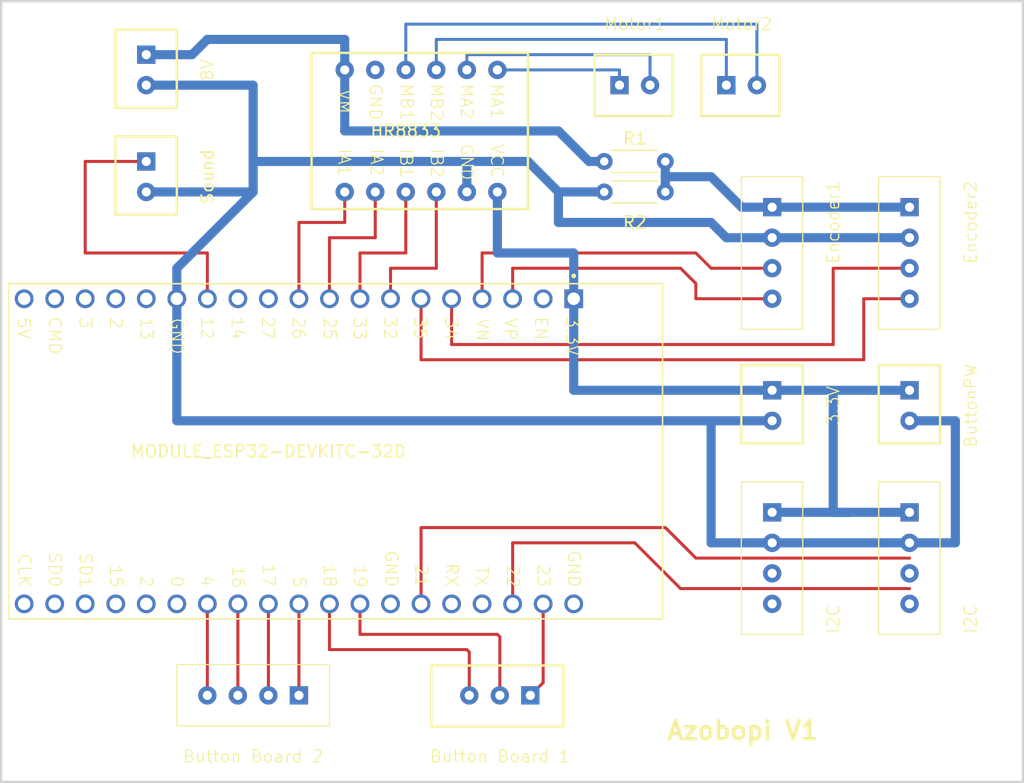
<source format=kicad_pcb>
(kicad_pcb (version 20221018) (generator pcbnew)
  (title_block (title "AZOBOPI") (date "2023-11-10") (rev "V1.0") (company "EBIRP"))
  (layers (0 "F.Cu" signal) (31 "B.Cu" signal) (34 "B.Paste" user) (35 "F.Paste" user) (36 "B.SilkS" user "B.Silkscreen") (37 "F.SilkS" user "F.Silkscreen") (38 "B.Mask" user) (39 "F.Mask" user) (44 "Edge.Cuts" user))
  (net 0 "")
  (footprint "Custom:jst-xh4x_2.54" (layer "F.Cu") (at 113.03 87.63)
    (fp_text reference "I2C" (at 7.62 3.81 90 unlocked) (layer "F.SilkS") (effects (font (thickness 0.1))))
    (fp_text value "jst-xh4X_2.54" hide)
    (fp_rect (start -0.0254 -7.62) (end 5.08 5.08) (stroke (width 0.1)) (fill none) (layer "F.SilkS"))
    (pad "1" thru_hole rect (at 2.54 -5.08) (size 1.524 1.524) (drill 0.762) (layers "*.Cu" "*.Mask"))
    (pad "2" thru_hole circle (at 2.54 -2.54) (size 1.524 1.524) (drill 0.762) (layers "*.Cu" "*.Mask"))
    (pad "3" thru_hole circle (at 2.54 0) (size 1.524 1.524) (drill 0.762) (layers "*.Cu" "*.Mask"))
    (pad "4" thru_hole circle (at 2.54 2.54) (size 1.524 1.524) (drill 0.762) (layers "*.Cu" "*.Mask"))
  )
  (footprint "MountingHole:MountingHole_2.1mm" (layer "F.Cu") (at 121.92 43.18)
    (fp_text reference "REF**" hide)
    (fp_text value "MountingHole_2.1mm" hide)
    (pad "" np_thru_hole circle (at 0 0) (size 2.1 2.1) (drill 2.1) (layers "*.Cu" "*.Mask"))
  )
  (footprint "Custom:jst-xh4x_2.54" (layer "F.Cu") (at 101.6 87.63)
    (fp_text reference "I2C" (at 7.62 3.81 90 unlocked) (layer "F.SilkS") (effects (font (thickness 0.1))))
    (fp_text value "jst-xh4X_2.54" hide)
    (fp_rect (start -0.0254 -7.62) (end 5.08 5.08) (stroke (width 0.1)) (fill none) (layer "F.SilkS"))
    (pad "1" thru_hole rect (at 2.54 -5.08) (size 1.524 1.524) (drill 0.762) (layers "*.Cu" "*.Mask"))
    (pad "2" thru_hole circle (at 2.54 -2.54) (size 1.524 1.524) (drill 0.762) (layers "*.Cu" "*.Mask"))
    (pad "3" thru_hole circle (at 2.54 0) (size 1.524 1.524) (drill 0.762) (layers "*.Cu" "*.Mask"))
    (pad "4" thru_hole circle (at 2.54 2.54) (size 1.524 1.524) (drill 0.762) (layers "*.Cu" "*.Mask"))
  )
  (footprint "Custom:jst-xh2x_2.54" (layer "F.Cu") (at 115.57 73.66)
    (fp_text reference "ButtonPW" (at 5.08 0 90 unlocked) (layer "F.SilkS") (effects (font (thickness 0.1))))
    (fp_text value "jst-xh2x_2.54" hide)
    (fp_rect (start -2.5654 -3.3504) (end 2.54 3.1496) (stroke (width 0.2)) (fill none) (layer "F.SilkS"))
    (pad "1" thru_hole rect (at 0 -1.27) (size 1.524 1.524) (drill 0.762) (layers "*.Cu" "*.Mask"))
    (pad "2" thru_hole circle (at 0 1.27) (size 1.524 1.524) (drill 0.762) (layers "*.Cu" "*.Mask"))
  )
  (footprint "Custom:jst-xh3x_2.54" (layer "F.Cu") (at 78.9432 95.25 -90)
    (fp_text reference "Button Board 1" (at 7.62 -2.54 unlocked) (layer "F.SilkS") (effects (font (thickness 0.1))))
    (fp_text value "jst-xh3x_2.54" hide)
    (fp_rect (start 0.0508 -7.8368) (end 5.1308 3.1632) (stroke (width 0.2)) (fill none) (layer "F.SilkS"))
    (pad "1" thru_hole rect (at 2.54 -5.08 270) (size 1.524 1.524) (drill 0.762) (layers "*.Cu" "*.Mask"))
    (pad "2" thru_hole circle (at 2.54 -2.54 270) (size 1.524 1.524) (drill 0.762) (layers "*.Cu" "*.Mask"))
    (pad "3" thru_hole circle (at 2.54 0 270) (size 1.524 1.524) (drill 0.762) (layers "*.Cu" "*.Mask"))
  )
  (footprint "Custom:jst-xh2x_2.54" (layer "F.Cu") (at 92.71 46.99 90)
    (fp_text reference "Motor1" (at 5.08 0 unlocked) (layer "F.SilkS") (effects (font (thickness 0.1))))
    (fp_text value "jst-xh2x_2.54" hide)
    (fp_rect (start -2.5654 -3.3504) (end 2.54 3.1496) (stroke (width 0.2)) (fill none) (layer "F.SilkS"))
    (pad "1" thru_hole rect (at 0 -1.27 90) (size 1.524 1.524) (drill 0.762) (layers "*.Cu" "*.Mask"))
    (pad "2" thru_hole circle (at 0 1.27 90) (size 1.524 1.524) (drill 0.762) (layers "*.Cu" "*.Mask"))
  )
  (footprint "Custom:jst-xh2x_2.54" (layer "F.Cu") (at 101.6 46.99 90)
    (fp_text reference "Motor2" (at 5.08 0 unlocked) (layer "F.SilkS") (effects (font (thickness 0.1))))
    (fp_text value "jst-xh2x_2.54" hide)
    (fp_rect (start -2.5654 -3.3504) (end 2.54 3.1496) (stroke (width 0.2)) (fill none) (layer "F.SilkS"))
    (pad "1" thru_hole rect (at 0 -1.27 90) (size 1.524 1.524) (drill 0.762) (layers "*.Cu" "*.Mask"))
    (pad "2" thru_hole circle (at 0 1.27 90) (size 1.524 1.524) (drill 0.762) (layers "*.Cu" "*.Mask"))
  )
  (footprint "Custom:jst-xh4x_2.54" (layer "F.Cu") (at 101.6 62.23)
    (fp_text reference "Encoder1" (at 7.62 -3.81 90 unlocked) (layer "F.SilkS") (effects (font (thickness 0.1))))
    (fp_text value "jst-xh4X_2.54" hide)
    (fp_rect (start -0.0254 -7.62) (end 5.08 5.08) (stroke (width 0.1)) (fill none) (layer "F.SilkS"))
    (pad "1" thru_hole rect (at 2.54 -5.08) (size 1.524 1.524) (drill 0.762) (layers "*.Cu" "*.Mask"))
    (pad "2" thru_hole circle (at 2.54 -2.54) (size 1.524 1.524) (drill 0.762) (layers "*.Cu" "*.Mask"))
    (pad "3" thru_hole circle (at 2.54 0) (size 1.524 1.524) (drill 0.762) (layers "*.Cu" "*.Mask"))
    (pad "4" thru_hole circle (at 2.54 2.54) (size 1.524 1.524) (drill 0.762) (layers "*.Cu" "*.Mask"))
  )
  (footprint "MountingHole:MountingHole_2.1mm" (layer "F.Cu") (at 43.18 101.6)
    (fp_text reference "REF**" hide)
    (fp_text value "MountingHole_2.1mm" hide)
    (pad "" np_thru_hole circle (at 0 0) (size 2.1 2.1) (drill 2.1) (layers "*.Cu" "*.Mask"))
  )
  (footprint "Resistor_THT:R_Axial_DIN0204_L3.6mm_D1.6mm_P5.08mm_Horizontal" (layer "F.Cu") (at 90.17 55.88)
    (fp_text reference "R2" (at 2.54 2.54) (layer "F.SilkS"))
    (fp_text value "R_Axial_DIN0204_L3.6mm_D1.6mm_P5.08mm_Horizontal" hide)
    (fp_line (start 0.62 -0.92) (end 4.46 -0.92) (stroke (width 0.12)) (layer "F.SilkS"))
    (fp_line (start 0.62 0.92) (end 4.46 0.92) (stroke (width 0.12)) (layer "F.SilkS"))
    (pad "1" thru_hole circle (at 0 0) (size 1.4 1.4) (drill 0.7) (layers "*.Cu" "*.Mask"))
    (pad "2" thru_hole oval (at 5.08 0) (size 1.4 1.4) (drill 0.7) (layers "*.Cu" "*.Mask"))
  )
  (footprint "MountingHole:MountingHole_2.1mm" (layer "F.Cu") (at 43.18 43.18)
    (fp_text reference "REF**" hide)
    (fp_text value "MountingHole_2.1mm" hide)
    (pad "" np_thru_hole circle (at 0 0) (size 2.1 2.1) (drill 2.1) (layers "*.Cu" "*.Mask"))
  )
  (footprint "Custom:jst-xh2x_2.54" (layer "F.Cu") (at 52.07 45.72)
    (fp_text reference "8V" (at 5.08 0 90 unlocked) (layer "F.SilkS") (effects (font (thickness 0.1))))
    (fp_text value "jst-xh2x_2.54" hide)
    (fp_rect (start -2.5654 -3.3504) (end 2.54 3.1496) (stroke (width 0.2)) (fill none) (layer "F.SilkS"))
    (pad "1" thru_hole rect (at 0 -1.27) (size 1.524 1.524) (drill 0.762) (layers "*.Cu" "*.Mask"))
    (pad "2" thru_hole circle (at 0 1.27) (size 1.524 1.524) (drill 0.762) (layers "*.Cu" "*.Mask"))
  )
  (footprint "Custom:jst-xh4x_2.54" (layer "F.Cu") (at 59.69 95.25 -90)
    (fp_text reference "Button Board 2" (at 7.62 -1.27 unlocked) (layer "F.SilkS") (effects (font (thickness 0.1))))
    (fp_text value "jst-xh4X_2.54" hide)
    (fp_rect (start -0.0254 -7.62) (end 5.08 5.08) (stroke (width 0.1)) (fill none) (layer "F.SilkS"))
    (pad "1" thru_hole rect (at 2.54 -5.08 270) (size 1.524 1.524) (drill 0.762) (layers "*.Cu" "*.Mask"))
    (pad "2" thru_hole circle (at 2.54 -2.54 270) (size 1.524 1.524) (drill 0.762) (layers "*.Cu" "*.Mask"))
    (pad "3" thru_hole circle (at 2.54 0 270) (size 1.524 1.524) (drill 0.762) (layers "*.Cu" "*.Mask"))
    (pad "4" thru_hole circle (at 2.54 2.54 270) (size 1.524 1.524) (drill 0.762) (layers "*.Cu" "*.Mask"))
  )
  (footprint "Resistor_THT:R_Axial_DIN0204_L3.6mm_D1.6mm_P5.08mm_Horizontal" (layer "F.Cu") (at 90.17 53.34)
    (fp_text reference "R1" (at 2.54 -1.92) (layer "F.SilkS"))
    (fp_text value "R_Axial_DIN0204_L3.6mm_D1.6mm_P5.08mm_Horizontal" hide)
    (fp_line (start 0.62 -0.92) (end 4.46 -0.92) (stroke (width 0.12)) (layer "F.SilkS"))
    (fp_line (start 0.62 0.92) (end 4.46 0.92) (stroke (width 0.12)) (layer "F.SilkS"))
    (pad "1" thru_hole circle (at 0 0) (size 1.4 1.4) (drill 0.7) (layers "*.Cu" "*.Mask"))
    (pad "2" thru_hole oval (at 5.08 0) (size 1.4 1.4) (drill 0.7) (layers "*.Cu" "*.Mask"))
  )
  (footprint "Custom:HR8833" (layer "F.Cu") (at 73.66 50.8 -90)
    (fp_text reference "REF**" hide)
    (fp_text value "HR8833" (at 0 0 unlocked) (layer "F.SilkS"))
    (fp_text user "VM" (at -3.5 5.7 -90 unlocked) (layer "F.SilkS") (effects (font (thickness 0.1)) (justify left bottom)))
    (fp_text user "MB2" (at -4 -2 -90 unlocked) (layer "F.SilkS") (effects (font (thickness 0.1)) (justify left bottom)))
    (fp_text user "MA1" (at -4 -7 -90 unlocked) (layer "F.SilkS") (effects (font (thickness 0.1)) (justify left bottom)))
    (fp_text user "IB1" (at 1.4 0.55 -90 unlocked) (layer "F.SilkS") (effects (font (thickness 0.1)) (justify left bottom)))
    (fp_text user "GND" (at -4 3.1 -90 unlocked) (layer "F.SilkS") (effects (font (thickness 0.1)) (justify left bottom)))
    (fp_text user "VCC" (at 1 -7 -90 unlocked) (layer "F.SilkS") (effects (font (thickness 0.1)) (justify left bottom)))
    (fp_text user "GND" (at 1 -4.5 -90 unlocked) (layer "F.SilkS") (effects (font (thickness 0.1)) (justify left bottom)))
    (fp_text user "IB2" (at 1.4 -2 -90 unlocked) (layer "F.SilkS") (effects (font (thickness 0.1)) (justify left bottom)))
    (fp_text user "MB1" (at -4 0.5 -90 unlocked) (layer "F.SilkS") (effects (font (thickness 0.1)) (justify left bottom)))
    (fp_text user "IA1" (at 1.4 5.7 -90 unlocked) (layer "F.SilkS") (effects (font (thickness 0.1)) (justify left bottom)))
    (fp_text user "MA2" (at -4 -4.5 -90 unlocked) (layer "F.SilkS") (effects (font (thickness 0.1)) (justify left bottom)))
    (fp_text user "IA2" (at 1.4 3 -90 unlocked) (layer "F.SilkS") (effects (font (thickness 0.1)) (justify left bottom)))
    (fp_rect (start -6.5 -10.16) (end 6.5 7.84) (stroke (width 0.2)) (fill none) (layer "F.SilkS"))
    (pad "1" thru_hole circle (at 5.08 5.08 270) (size 1.524 1.524) (drill 0.762) (layers "*.Cu" "*.Mask"))
    (pad "2" thru_hole circle (at 5.08 2.54 270) (size 1.524 1.524) (drill 0.762) (layers "*.Cu" "*.Mask"))
    (pad "3" thru_hole circle (at 5.08 0 270) (size 1.524 1.524) (drill 0.762) (layers "*.Cu" "*.Mask"))
    (pad "4" thru_hole circle (at 5.08 -2.54 270) (size 1.524 1.524) (drill 0.762) (layers "*.Cu" "*.Mask"))
    (pad "5" thru_hole circle (at 5.08 -5.08 270) (size 1.524 1.524) (drill 0.762) (layers "*.Cu" "*.Mask"))
    (pad "6" thru_hole circle (at 5.08 -7.62 270) (size 1.524 1.524) (drill 0.762) (layers "*.Cu" "*.Mask"))
    (pad "7" thru_hole circle (at -5.08 -7.62 270) (size 1.524 1.524) (drill 0.762) (layers "*.Cu" "*.Mask"))
    (pad "8" thru_hole circle (at -5.08 -5.08 270) (size 1.524 1.524) (drill 0.762) (layers "*.Cu" "*.Mask"))
    (pad "9" thru_hole circle (at -5.08 -2.54 270) (size 1.524 1.524) (drill 0.762) (layers "*.Cu" "*.Mask"))
    (pad "10" thru_hole circle (at -5.08 0 270) (size 1.524 1.524) (drill 0.762) (layers "*.Cu" "*.Mask"))
    (pad "11" thru_hole circle (at -5.08 2.54 270) (size 1.524 1.524) (drill 0.762) (layers "*.Cu" "*.Mask"))
    (pad "12" thru_hole circle (at -5.08 5.08 270) (size 1.524 1.524) (drill 0.762) (layers "*.Cu" "*.Mask"))
  )
  (footprint "MountingHole:MountingHole_2.1mm" (layer "F.Cu") (at 121.92 101.6)
    (fp_text reference "REF**" hide)
    (fp_text value "MountingHole_2.1mm" hide)
    (pad "" np_thru_hole circle (at 0 0) (size 2.1 2.1) (drill 2.1) (layers "*.Cu" "*.Mask"))
  )
  (footprint "Custom:jst-xh2x_2.54" (layer "F.Cu") (at 104.14 73.66)
    (fp_text reference "3.3V" (at 5.08 0 90 unlocked) (layer "F.SilkS") (effects (font (thickness 0.1))))
    (fp_text value "jst-xh2x_2.54" hide)
    (fp_rect (start -2.5654 -3.3504) (end 2.54 3.1496) (stroke (width 0.2)) (fill none) (layer "F.SilkS"))
    (pad "1" thru_hole rect (at 0 -1.27) (size 1.524 1.524) (drill 0.762) (layers "*.Cu" "*.Mask"))
    (pad "2" thru_hole circle (at 0 1.27) (size 1.524 1.524) (drill 0.762) (layers "*.Cu" "*.Mask"))
  )
  (footprint "Custom:jst-xh2x_2.54" (layer "F.Cu") (at 52.07 54.61)
    (fp_text reference "REF**" hide)
    (fp_text value "jst-xh2x_2.54" hide)
    (fp_text user "Sound" (at 5.08 0 90 unlocked) (layer "F.SilkS"))
    (fp_rect (start -2.5654 -3.3504) (end 2.54 3.1496) (stroke (width 0.2)) (fill none) (layer "F.SilkS"))
    (pad "1" thru_hole rect (at 0 -1.27) (size 1.524 1.524) (drill 0.762) (layers "*.Cu" "*.Mask"))
    (pad "2" thru_hole circle (at 0 1.27) (size 1.524 1.524) (drill 0.762) (layers "*.Cu" "*.Mask"))
  )
  (footprint "Custom:jst-xh4x_2.54" (layer "F.Cu") (at 113.03 62.23)
    (fp_text reference "Encoder2" (at 7.62 -3.81 90 unlocked) (layer "F.SilkS") (effects (font (thickness 0.1))))
    (fp_text value "jst-xh4X_2.54" hide)
    (fp_rect (start -0.0254 -7.62) (end 5.08 5.08) (stroke (width 0.1)) (fill none) (layer "F.SilkS"))
    (pad "1" thru_hole rect (at 2.54 -5.08) (size 1.524 1.524) (drill 0.762) (layers "*.Cu" "*.Mask"))
    (pad "2" thru_hole circle (at 2.54 -2.54) (size 1.524 1.524) (drill 0.762) (layers "*.Cu" "*.Mask"))
    (pad "3" thru_hole circle (at 2.54 0) (size 1.524 1.524) (drill 0.762) (layers "*.Cu" "*.Mask"))
    (pad "4" thru_hole circle (at 2.54 2.54) (size 1.524 1.524) (drill 0.762) (layers "*.Cu" "*.Mask"))
  )
  (footprint "Custom:MODULE_ESP32-DEVKITC-32D" (layer "F.Cu") (at 67.87 77.47 -90)
    (fp_text reference "REF**" hide)
    (fp_text value "MODULE_ESP32-DEVKITC-32D" (at 0 5.64) (layer "F.SilkS") (effects (font (size 1.001047 1.001047))))
    (fp_text user "2" (at 11.3792 16.3576 -90 unlocked) (layer "F.SilkS") (effects (font (thickness 0.1)) (justify right bottom)))
    (fp_text user "17" (at 11.3284 6.1976 -90 unlocked) (layer "F.SilkS") (effects (font (thickness 0.1)) (justify right bottom)))
    (fp_text user "RX" (at 11.3284 -9.0424 -90 unlocked) (layer "F.SilkS") (effects (font (thickness 0.1)) (justify right bottom)))
    (fp_text user "EN" (at -11.2776 -16.4592 -90 unlocked) (layer "F.SilkS") (effects (font (thickness 0.1)) (justify left bottom)))
    (fp_text user "35" (at -11.2776 -6.4008 -90 unlocked) (layer "F.SilkS") (effects (font (thickness 0.1)) (justify left bottom)))
    (fp_text user "25" (at -11.2268 1.1176 -90 unlocked) (layer "F.SilkS") (effects (font (thickness 0.1)) (justify left bottom)))
    (fp_text user "GND" (at -11.176 13.8176 -90 unlocked) (layer "F.SilkS") (effects (font (thickness 0.1)) (justify left bottom)))
    (fp_text user "5V" (at -11.2268 26.5684 -90 unlocked) (layer "F.SilkS") (effects (font (thickness 0.1)) (justify left bottom)))
    (fp_text user "34" (at -11.2268 -8.9916 -90 unlocked) (layer "F.SilkS") (effects (font (thickness 0.1)) (justify left bottom)))
    (fp_text user "CLK" (at 11.3792 26.5176 -90 unlocked) (layer "F.SilkS") (effects (font (thickness 0.1)) (justify right bottom)))
    (fp_text user "5" (at 11.43 3.6576 -90 unlocked) (layer "F.SilkS") (effects (font (thickness 0.1)) (justify right bottom)))
    (fp_text user "13" (at -11.2268 16.3576 -90 unlocked) (layer "F.SilkS") (effects (font (thickness 0.1)) (justify left bottom)))
    (fp_text user "32" (at -11.2776 -3.9116 -90 unlocked) (layer "F.SilkS") (effects (font (thickness 0.1)) (justify left bottom)))
    (fp_text user "19" (at 11.43 -1.4224 -90 unlocked) (layer "F.SilkS") (effects (font (thickness 0.1)) (justify right bottom)))
    (fp_text user "SD1" (at 11.43 21.4376 -90 unlocked) (layer "F.SilkS") (effects (font (thickness 0.1)) (justify right bottom)))
    (fp_text user "15" (at 11.43 18.8976 -90 unlocked) (layer "F.SilkS") (effects (font (thickness 0.1)) (justify right bottom)))
    (fp_text user "33" (at -11.2268 -1.3716 -90 unlocked) (layer "F.SilkS") (effects (font (thickness 0.1)) (justify left bottom)))
    (fp_text user "GND" (at 11.3792 -4.0132 -90 unlocked) (layer "F.SilkS") (effects (font (thickness 0.1)) (justify right bottom)))
    (fp_text user "14" (at -11.2776 8.7884 -90 unlocked) (layer "F.SilkS") (effects (font (thickness 0.1)) (justify left bottom)))
    (fp_text user "VP" (at -11.176 -13.9192 -90 unlocked) (layer "F.SilkS") (effects (font (thickness 0.1)) (justify left bottom)))
    (fp_text user "16" (at 11.4808 8.7376 -90 unlocked) (layer "F.SilkS") (effects (font (thickness 0.1)) (justify right bottom)))
    (fp_text user "23" (at 11.3792 -16.6624 -90 unlocked) (layer "F.SilkS") (effects (font (thickness 0.1)) (justify right bottom)))
    (fp_text user "0" (at 11.3792 13.8176 -90 unlocked) (layer "F.SilkS") (effects (font (thickness 0.1)) (justify right bottom)))
    (fp_text user "18" (at 11.3792 1.1176 -90 unlocked) (layer "F.SilkS") (effects (font (thickness 0.1)) (justify right bottom)))
    (fp_text user "GND" (at 11.3792 -19.2024 -90 unlocked) (layer "F.SilkS") (effects (font (thickness 0.1)) (justify right bottom)))
    (fp_text user "SD0" (at 11.3792 23.9776 -90 unlocked) (layer "F.SilkS") (effects (font (thickness 0.1)) (justify right bottom)))
    (fp_text user "22" (at 11.43 -14.1224 -90 unlocked) (layer "F.SilkS") (effects (font (thickness 0.1)) (justify right bottom)))
    (fp_text user "4" (at 11.3284 11.3284 -90 unlocked) (layer "F.SilkS") (effects (font (thickness 0.1)) (justify right bottom)))
    (fp_text user "12" (at -11.2776 11.3284 -90 unlocked) (layer "F.SilkS") (effects (font (thickness 0.1)) (justify left bottom)))
    (fp_text user "3" (at -11.2268 21.4376 -90 unlocked) (layer "F.SilkS") (effects (font (thickness 0.1)) (justify left bottom)))
    (fp_text user "27" (at -11.2776 6.2484 -90 unlocked) (layer "F.SilkS") (effects (font (thickness 0.1)) (justify left bottom)))
    (fp_text user "TX" (at 11.3284 -11.5316 -90 unlocked) (layer "F.SilkS") (effects (font (thickness 0.1)) (justify right bottom)))
    (fp_text user "CMD" (at -11.2776 23.9776 -90 unlocked) (layer "F.SilkS") (effects (font (thickness 0.1)) (justify left bottom)))
    (fp_text user "VN" (at -11.1252 -11.5824 -90 unlocked) (layer "F.SilkS") (effects (font (thickness 0.1)) (justify left bottom)))
    (fp_text user "26" (at -11.2776 3.7084 -90 unlocked) (layer "F.SilkS") (effects (font (thickness 0.1)) (justify left bottom)))
    (fp_text user "3.3V" (at -11.2776 -19.05 -90 unlocked) (layer "F.SilkS") (effects (font (thickness 0.1)) (justify left bottom)))
    (fp_text user "21" (at 11.3792 -6.5024 -90 unlocked) (layer "F.SilkS") (effects (font (thickness 0.1)) (justify right bottom)))
    (fp_text user "2" (at -11.2268 18.8976 -90 unlocked) (layer "F.SilkS") (effects (font (thickness 0.1)) (justify left bottom)))
    (fp_line (start -13.95 -27.15) (end 13.95 -27.15) (stroke (width 0.127)) (layer "F.SilkS"))
    (fp_line (start -13.95 27.25) (end -13.95 -27.15) (stroke (width 0.127)) (layer "F.SilkS"))
    (fp_line (start 13.95 -27.15) (end 13.95 27.25) (stroke (width 0.127)) (layer "F.SilkS"))
    (fp_line (start 13.95 27.25) (end -13.95 27.25) (stroke (width 0.127)) (layer "F.SilkS"))
    (fp_circle (center -14.6 -19.76) (end -14.5 -19.76) (stroke (width 0.2)) (fill none) (layer "F.SilkS"))
    (pad "J2-1" thru_hole rect (at -12.7 -19.76 270) (size 1.56 1.56) (drill 1.04) (layers "*.Cu" "*.Mask"))
    (pad "J2-2" thru_hole circle (at -12.7 -17.22 270) (size 1.56 1.56) (drill 1.04) (layers "*.Cu" "*.Mask"))
    (pad "J2-3" thru_hole circle (at -12.7 -14.68 270) (size 1.56 1.56) (drill 1.04) (layers "*.Cu" "*.Mask"))
    (pad "J2-4" thru_hole circle (at -12.7 -12.14 270) (size 1.56 1.56) (drill 1.04) (layers "*.Cu" "*.Mask"))
    (pad "J2-5" thru_hole circle (at -12.7 -9.6 270) (size 1.56 1.56) (drill 1.04) (layers "*.Cu" "*.Mask"))
    (pad "J2-6" thru_hole circle (at -12.7 -7.06 270) (size 1.56 1.56) (drill 1.04) (layers "*.Cu" "*.Mask"))
    (pad "J2-7" thru_hole circle (at -12.7 -4.52 270) (size 1.56 1.56) (drill 1.04) (layers "*.Cu" "*.Mask"))
    (pad "J2-8" thru_hole circle (at -12.7 -1.98 270) (size 1.56 1.56) (drill 1.04) (layers "*.Cu" "*.Mask"))
    (pad "J2-9" thru_hole circle (at -12.7 0.56 270) (size 1.56 1.56) (drill 1.04) (layers "*.Cu" "*.Mask"))
    (pad "J2-10" thru_hole circle (at -12.7 3.1 270) (size 1.56 1.56) (drill 1.04) (layers "*.Cu" "*.Mask"))
    (pad "J2-11" thru_hole circle (at -12.7 5.64 270) (size 1.56 1.56) (drill 1.04) (layers "*.Cu" "*.Mask"))
    (pad "J2-12" thru_hole circle (at -12.7 8.18 270) (size 1.56 1.56) (drill 1.04) (layers "*.Cu" "*.Mask"))
    (pad "J2-13" thru_hole circle (at -12.7 10.72 270) (size 1.56 1.56) (drill 1.04) (layers "*.Cu" "*.Mask"))
    (pad "J2-14" thru_hole circle (at -12.7 13.26 270) (size 1.56 1.56) (drill 1.04) (layers "*.Cu" "*.Mask"))
    (pad "J2-15" thru_hole circle (at -12.7 15.8 270) (size 1.56 1.56) (drill 1.04) (layers "*.Cu" "*.Mask"))
    (pad "J2-16" thru_hole circle (at -12.7 18.34 270) (size 1.56 1.56) (drill 1.04) (layers "*.Cu" "*.Mask"))
    (pad "J2-17" thru_hole circle (at -12.7 20.88 270) (size 1.56 1.56) (drill 1.04) (layers "*.Cu" "*.Mask"))
    (pad "J2-18" thru_hole circle (at -12.7 23.42 270) (size 1.56 1.56) (drill 1.04) (layers "*.Cu" "*.Mask"))
    (pad "J2-19" thru_hole circle (at -12.7 25.96 270) (size 1.56 1.56) (drill 1.04) (layers "*.Cu" "*.Mask"))
    (pad "J3-1" thru_hole circle (at 12.7 -19.76 270) (size 1.56 1.56) (drill 1.04) (layers "*.Cu" "*.Mask"))
    (pad "J3-2" thru_hole circle (at 12.7 -17.22 270) (size 1.56 1.56) (drill 1.04) (layers "*.Cu" "*.Mask"))
    (pad "J3-3" thru_hole circle (at 12.7 -14.68 270) (size 1.56 1.56) (drill 1.04) (layers "*.Cu" "*.Mask"))
    (pad "J3-4" thru_hole circle (at 12.7 -12.14 270) (size 1.56 1.56) (drill 1.04) (layers "*.Cu" "*.Mask"))
    (pad "J3-5" thru_hole circle (at 12.7 -9.6 270) (size 1.56 1.56) (drill 1.04) (layers "*.Cu" "*.Mask"))
    (pad "J3-6" thru_hole circle (at 12.7 -7.06 270) (size 1.56 1.56) (drill 1.04) (layers "*.Cu" "*.Mask"))
    (pad "J3-7" thru_hole circle (at 12.7 -4.52 270) (size 1.56 1.56) (drill 1.04) (layers "*.Cu" "*.Mask"))
    (pad "J3-8" thru_hole circle (at 12.7 -1.98 270) (size 1.56 1.56) (drill 1.04) (layers "*.Cu" "*.Mask"))
    (pad "J3-9" thru_hole circle (at 12.7 0.56 270) (size 1.56 1.56) (drill 1.04) (layers "*.Cu" "*.Mask"))
    (pad "J3-10" thru_hole circle (at 12.7 3.1 270) (size 1.56 1.56) (drill 1.04) (layers "*.Cu" "*.Mask"))
    (pad "J3-11" thru_hole circle (at 12.7 5.64 270) (size 1.56 1.56) (drill 1.04) (layers "*.Cu" "*.Mask"))
    (pad "J3-12" thru_hole circle (at 12.7 8.18 270) (size 1.56 1.56) (drill 1.04) (layers "*.Cu" "*.Mask"))
    (pad "J3-13" thru_hole circle (at 12.7 10.72 270) (size 1.56 1.56) (drill 1.04) (layers "*.Cu" "*.Mask"))
    (pad "J3-14" thru_hole circle (at 12.7 13.26 270) (size 1.56 1.56) (drill 1.04) (layers "*.Cu" "*.Mask"))
    (pad "J3-15" thru_hole circle (at 12.7 15.8 270) (size 1.56 1.56) (drill 1.04) (layers "*.Cu" "*.Mask"))
    (pad "J3-16" thru_hole circle (at 12.7 18.34 270) (size 1.56 1.56) (drill 1.04) (layers "*.Cu" "*.Mask"))
    (pad "J3-17" thru_hole circle (at 12.7 20.88 270) (size 1.56 1.56) (drill 1.04) (layers "*.Cu" "*.Mask"))
    (pad "J3-18" thru_hole circle (at 12.7 23.42 270) (size 1.56 1.56) (drill 1.04) (layers "*.Cu" "*.Mask"))
    (pad "J3-19" thru_hole circle (at 12.7 25.96 270) (size 1.56 1.56) (drill 1.04) (layers "*.Cu" "*.Mask"))
  )
  (gr_rect (start 40 40) (end 125 105) (stroke (width 0.2)) (fill none) (layer "Edge.Cuts"))
  (gr_text "Azobopi V1" (at 95.25 101.6) (layer "F.SilkS") (effects (font (size 1.5 1.5) (thickness 0.3) bold) (justify left bottom)))
  (segment (start 64.77 58.42) (end 68.58 58.42) (width 0.25) (layer "F.Cu") (net 0))
  (segment (start 111.76 69.85) (end 111.76 64.77) (width 0.25) (layer "F.Cu") (net 0))
  (segment (start 85.09 96.7232) (end 84.0232 97.79) (width 0.25) (layer "F.Cu") (net 0))
  (segment (start 69.85 92.71) (end 81.28 92.71) (width 0.25) (layer "F.Cu") (net 0))
  (segment (start 109.22 62.23) (end 115.57 62.23) (width 0.25) (layer "F.Cu") (net 0))
  (segment (start 80.01 64.77) (end 80.01 60.96) (width 0.25) (layer "F.Cu") (net 0))
  (segment (start 99.06 62.23) (end 104.14 62.23) (width 0.25) (layer "F.Cu") (net 0))
  (segment (start 76.2 62.23) (end 76.2 55.88) (width 0.25) (layer "F.Cu") (net 0))
  (segment (start 81.28 92.71) (end 81.4832 92.9132) (width 0.25) (layer "F.Cu") (net 0))
  (segment (start 111.76 64.77) (end 115.57 64.77) (width 0.25) (layer "F.Cu") (net 0))
  (segment (start 82.55 85.09) (end 92.71 85.09) (width 0.25) (layer "F.Cu") (net 0))
  (segment (start 96.52 88.9) (end 104.14 88.9) (width 0.25) (layer "F.Cu") (net 0))
  (segment (start 81.4832 92.9132) (end 81.4832 97.79) (width 0.25) (layer "F.Cu") (net 0))
  (segment (start 69.85 90.17) (end 69.85 92.71) (width 0.25) (layer "F.Cu") (net 0))
  (segment (start 82.55 64.77) (end 82.55 62.23) (width 0.25) (layer "F.Cu") (net 0))
  (segment (start 78.9432 94.1832) (end 78.9432 97.79) (width 0.25) (layer "F.Cu") (net 0))
  (segment (start 71.12 59.69) (end 71.12 55.88) (width 0.25) (layer "F.Cu") (net 0))
  (segment (start 59.69 90.17) (end 59.69 97.79) (width 0.25) (layer "F.Cu") (net 0))
  (segment (start 104.14 88.9) (end 115.57 88.9) (width 0.25) (layer "F.Cu") (net 0))
  (segment (start 57.15 90.17) (end 57.15 97.79) (width 0.25) (layer "F.Cu") (net 0))
  (segment (start 97.79 64.77) (end 104.14 64.77) (width 0.25) (layer "F.Cu") (net 0))
  (segment (start 74.93 83.82) (end 95.25 83.82) (width 0.25) (layer "F.Cu") (net 0))
  (segment (start 80.01 60.96) (end 97.79 60.96) (width 0.25) (layer "F.Cu") (net 0))
  (segment (start 73.66 60.96) (end 73.66 55.88) (width 0.25) (layer "F.Cu") (net 0))
  (segment (start 67.31 90.17) (end 67.31 93.98) (width 0.25) (layer "F.Cu") (net 0))
  (segment (start 97.79 63.5) (end 97.79 64.77) (width 0.25) (layer "F.Cu") (net 0))
  (segment (start 97.79 60.96) (end 99.06 62.23) (width 0.25) (layer "F.Cu") (net 0))
  (segment (start 69.85 64.77) (end 69.85 60.96) (width 0.25) (layer "F.Cu") (net 0))
  (segment (start 95.25 83.82) (end 97.79 86.36) (width 0.25) (layer "F.Cu") (net 0))
  (segment (start 97.79 86.36) (end 104.14 86.36) (width 0.25) (layer "F.Cu") (net 0))
  (segment (start 77.47 68.58) (end 109.22 68.58) (width 0.25) (layer "F.Cu") (net 0))
  (segment (start 67.31 59.69) (end 71.12 59.69) (width 0.25) (layer "F.Cu") (net 0))
  (segment (start 74.93 64.77) (end 74.93 69.85) (width 0.25) (layer "F.Cu") (net 0))
  (segment (start 104.14 86.36) (end 115.57 86.36) (width 0.25) (layer "F.Cu") (net 0))
  (segment (start 64.77 64.77) (end 64.77 58.42) (width 0.25) (layer "F.Cu") (net 0))
  (segment (start 92.71 85.09) (end 96.52 88.9) (width 0.25) (layer "F.Cu") (net 0))
  (segment (start 74.93 90.17) (end 74.93 83.82) (width 0.25) (layer "F.Cu") (net 0))
  (segment (start 46.99 60.96) (end 46.99 53.34) (width 0.25) (layer "F.Cu") (net 0))
  (segment (start 57.15 60.96) (end 46.99 60.96) (width 0.25) (layer "F.Cu") (net 0))
  (segment (start 72.39 62.23) (end 76.2 62.23) (width 0.25) (layer "F.Cu") (net 0))
  (segment (start 74.93 69.85) (end 111.76 69.85) (width 0.25) (layer "F.Cu") (net 0))
  (segment (start 69.85 60.96) (end 73.66 60.96) (width 0.25) (layer "F.Cu") (net 0))
  (segment (start 77.47 64.77) (end 77.47 68.58) (width 0.25) (layer "F.Cu") (net 0))
  (segment (start 82.55 62.23) (end 96.52 62.23) (width 0.25) (layer "F.Cu") (net 0))
  (segment (start 78.74 93.98) (end 78.9432 94.1832) (width 0.25) (layer "F.Cu") (net 0))
  (segment (start 96.52 62.23) (end 97.79 63.5) (width 0.25) (layer "F.Cu") (net 0))
  (segment (start 85.09 90.17) (end 85.09 96.7232) (width 0.25) (layer "F.Cu") (net 0))
  (segment (start 109.22 68.58) (end 109.22 62.23) (width 0.25) (layer "F.Cu") (net 0))
  (segment (start 72.39 64.77) (end 72.39 62.23) (width 0.25) (layer "F.Cu") (net 0))
  (segment (start 62.23 90.17) (end 62.23 97.79) (width 0.25) (layer "F.Cu") (net 0))
  (segment (start 67.31 93.98) (end 78.74 93.98) (width 0.25) (layer "F.Cu") (net 0))
  (segment (start 68.58 58.42) (end 68.58 55.88) (width 0.25) (layer "F.Cu") (net 0))
  (segment (start 64.77 90.17) (end 64.77 97.79) (width 0.25) (layer "F.Cu") (net 0))
  (segment (start 82.55 90.17) (end 82.55 85.09) (width 0.25) (layer "F.Cu") (net 0))
  (segment (start 57.15 64.77) (end 57.15 60.96) (width 0.25) (layer "F.Cu") (net 0))
  (segment (start 67.31 64.77) (end 67.31 59.69) (width 0.25) (layer "F.Cu") (net 0))
  (segment (start 46.99 53.34) (end 52.07 53.34) (width 0.25) (layer "F.Cu") (net 0))
  (segment (start 101.6 57.15) (end 99.06 54.61) (width 0.76) (layer "B.Cu") (net 0))
  (segment (start 86.36 58.42) (end 99.06 58.42) (width 0.76) (layer "B.Cu") (net 0))
  (segment (start 54.61 74.93) (end 99.06 74.93) (width 0.76) (layer "B.Cu") (net 0))
  (segment (start 73.66 45.72) (end 73.66 41.91) (width 0.25) (layer "B.Cu") (net 0))
  (segment (start 86.36 55.88) (end 90.17 55.88) (width 0.76) (layer "B.Cu") (net 0))
  (segment (start 78.74 45.72) (end 78.74 44.45) (width 0.25) (layer "B.Cu") (net 0))
  (segment (start 78.74 53.34) (end 83.82 53.34) (width 0.76) (layer "B.Cu") (net 0))
  (segment (start 88.9 53.34) (end 90.17 53.34) (width 0.76) (layer "B.Cu") (net 0))
  (segment (start 110.49 82.55) (end 104.14 82.55) (width 0.76) (layer "B.Cu") (net 0))
  (segment (start 60.96 55.88) (end 52.07 55.88) (width 0.76) (layer "B.Cu") (net 0))
  (segment (start 55.88 44.45) (end 52.07 44.45) (width 0.76) (layer "B.Cu") (net 0))
  (segment (start 60.96 55.88) (end 60.96 53.34) (width 0.76) (layer "B.Cu") (net 0))
  (segment (start 87.63 72.39) (end 104.14 72.39) (width 0.76) (layer "B.Cu") (net 0))
  (segment (start 99.06 58.42) (end 100.33 59.69) (width 0.76) (layer "B.Cu") (net 0))
  (segment (start 54.61 62.23) (end 60.96 55.88) (width 0.76) (layer "B.Cu") (net 0))
  (segment (start 104.14 72.39) (end 109.22 72.39) (width 0.76) (layer "B.Cu") (net 0))
  (segment (start 109.22 72.39) (end 115.57 72.39) (width 0.76) (layer "B.Cu") (net 0))
  (segment (start 95.25 54.61) (end 95.25 53.34) (width 0.76) (layer "B.Cu") (net 0))
  (segment (start 68.58 50.8) (end 86.36 50.8) (width 0.76) (layer "B.Cu") (net 0))
  (segment (start 91.44 45.72) (end 91.44 46.99) (width 0.25) (layer "B.Cu") (net 0))
  (segment (start 104.14 85.09) (end 115.57 85.09) (width 0.76) (layer "B.Cu") (net 0))
  (segment (start 99.06 54.61) (end 95.25 54.61) (width 0.76) (layer "B.Cu") (net 0))
  (segment (start 76.2 43.18) (end 100.33 43.18) (width 0.25) (layer "B.Cu") (net 0))
  (segment (start 102.87 41.91) (end 102.87 46.99) (width 0.25) (layer "B.Cu") (net 0))
  (segment (start 87.63 60.96) (end 81.28 60.96) (width 0.76) (layer "B.Cu") (net 0))
  (segment (start 73.66 41.91) (end 102.87 41.91) (width 0.25) (layer "B.Cu") (net 0))
  (segment (start 54.61 64.77) (end 54.61 74.93) (width 0.76) (layer "B.Cu") (net 0))
  (segment (start 60.96 46.99) (end 52.07 46.99) (width 0.76) (layer "B.Cu") (net 0))
  (segment (start 87.63 64.77) (end 87.63 60.96) (width 0.76) (layer "B.Cu") (net 0))
  (segment (start 104.14 57.15) (end 101.6 57.15) (width 0.76) (layer "B.Cu") (net 0))
  (segment (start 109.22 72.39) (end 109.22 82.55) (width 0.76) (layer "B.Cu") (net 0))
  (segment (start 83.82 53.34) (end 86.36 55.88) (width 0.76) (layer "B.Cu") (net 0))
  (segment (start 57.15 43.18) (end 55.88 44.45) (width 0.76) (layer "B.Cu") (net 0))
  (segment (start 99.06 74.93) (end 99.06 85.09) (width 0.76) (layer "B.Cu") (net 0))
  (segment (start 76.2 45.72) (end 76.2 43.18) (width 0.25) (layer "B.Cu") (net 0))
  (segment (start 100.33 59.69) (end 104.14 59.69) (width 0.76) (layer "B.Cu") (net 0))
  (segment (start 60.96 46.99) (end 60.96 53.34) (width 0.76) (layer "B.Cu") (net 0))
  (segment (start 99.06 85.09) (end 104.14 85.09) (width 0.76) (layer "B.Cu") (net 0))
  (segment (start 95.25 54.61) (end 95.25 55.88) (width 0.76) (layer "B.Cu") (net 0))
  (segment (start 104.14 59.69) (end 115.57 59.69) (width 0.76) (layer "B.Cu") (net 0))
  (segment (start 86.36 55.88) (end 86.36 58.42) (width 0.76) (layer "B.Cu") (net 0))
  (segment (start 81.28 45.72) (end 91.44 45.72) (width 0.25) (layer "B.Cu") (net 0))
  (segment (start 87.63 64.77) (end 87.63 72.39) (width 0.76) (layer "B.Cu") (net 0))
  (segment (start 119.38 74.93) (end 115.57 74.93) (width 0.76) (layer "B.Cu") (net 0))
  (segment (start 86.36 50.8) (end 88.9 53.34) (width 0.76) (layer "B.Cu") (net 0))
  (segment (start 81.28 60.96) (end 81.28 55.88) (width 0.76) (layer "B.Cu") (net 0))
  (segment (start 109.22 82.55) (end 110.49 82.55) (width 0.76) (layer "B.Cu") (net 0))
  (segment (start 54.61 64.77) (end 54.61 62.23) (width 0.76) (layer "B.Cu") (net 0))
  (segment (start 104.14 57.15) (end 115.57 57.15) (width 0.76) (layer "B.Cu") (net 0))
  (segment (start 93.98 44.45) (end 93.98 46.99) (width 0.25) (layer "B.Cu") (net 0))
  (segment (start 68.58 45.72) (end 68.58 50.8) (width 0.76) (layer "B.Cu") (net 0))
  (segment (start 78.74 53.34) (end 78.74 55.88) (width 0.76) (layer "B.Cu") (net 0))
  (segment (start 60.96 53.34) (end 78.74 53.34) (width 0.76) (layer "B.Cu") (net 0))
  (segment (start 78.74 44.45) (end 93.98 44.45) (width 0.25) (layer "B.Cu") (net 0))
  (segment (start 119.38 85.09) (end 119.38 74.93) (width 0.76) (layer "B.Cu") (net 0))
  (segment (start 99.06 74.93) (end 104.14 74.93) (width 0.76) (layer "B.Cu") (net 0))
  (segment (start 68.58 45.72) (end 68.58 43.18) (width 0.76) (layer "B.Cu") (net 0))
  (segment (start 100.33 43.18) (end 100.33 46.99) (width 0.25) (layer "B.Cu") (net 0))
  (segment (start 68.58 43.18) (end 57.15 43.18) (width 0.76) (layer "B.Cu") (net 0))
  (segment (start 110.49 82.55) (end 115.57 82.55) (width 0.76) (layer "B.Cu") (net 0))
  (segment (start 115.57 85.09) (end 119.38 85.09) (width 0.76) (layer "B.Cu") (net 0))
)
</source>
